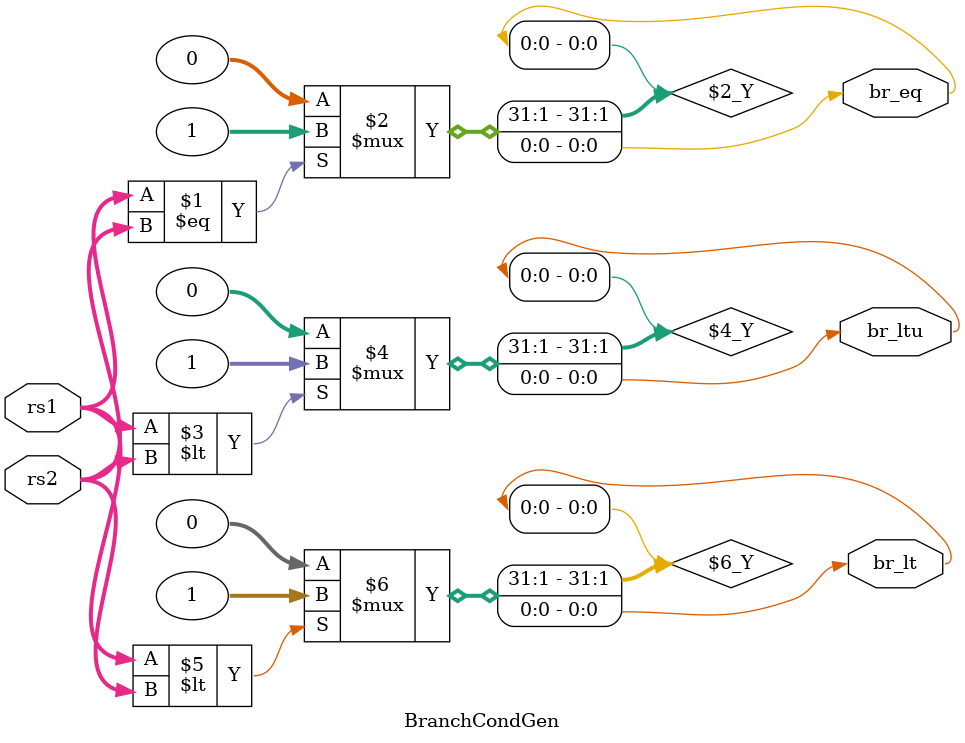
<source format=sv>
`timescale 1ns / 1ps


module BranchCondGen(
    input logic [31:0] rs1, rs2,
    output logic br_eq, br_lt, br_ltu
    );
    assign br_eq = (rs1 == rs2) ? 1 : 0;
    assign br_ltu = (rs1 < rs2) ? 1 : 0;
    assign br_lt = (($signed(rs1)) < ($signed(rs2))) ? 1 : 0;
endmodule

</source>
